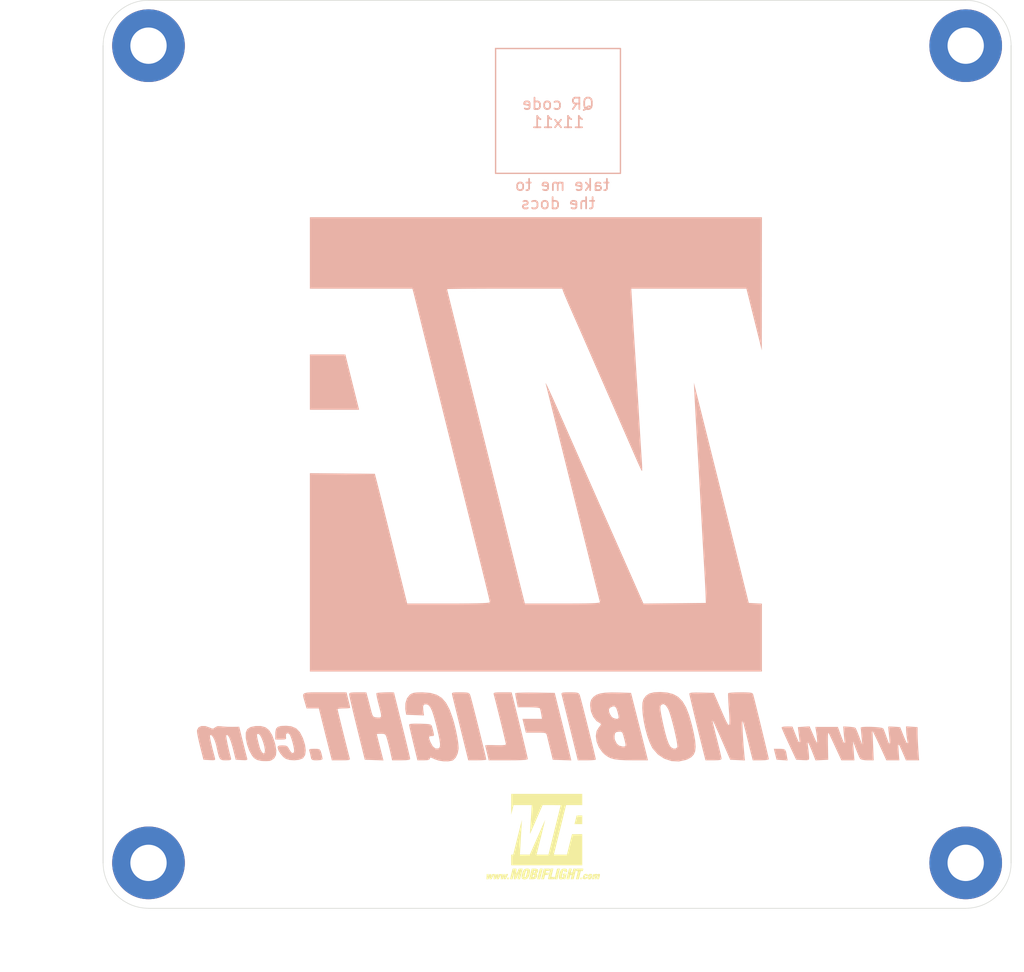
<source format=kicad_pcb>
(kicad_pcb (version 20241229) (generator "pcbnew") (generator_version "9.0")
  (layers (0 "F.Cu" signal) (2 "B.Cu" signal) (13 "F.Paste" user) (15 "B.Paste" user) (5 "F.SilkS" user "F.Silkscreen") (7 "B.SilkS" user "B.Silkscreen") (1 "F.Mask" user) (3 "B.Mask" user) (25 "Edge.Cuts" user))
  (net 0 "")
  (footprint "MountingHole:MountingHole_3.2mm_M3_Pad" (layer "F.Cu") (at 24 24)
    (property "Reference" "H1" (hide yes))
    (property "Value" "MountingHole")
    (pad "1" thru_hole circle (at 0 0) (size 6.4 6.4) (drill 3.2) (layers "*.Cu" "*.Mask"))
  )
  (footprint "MountingHole:MountingHole_3.2mm_M3_Pad" (layer "F.Cu") (at 24 96)
    (property "Reference" "H3" (hide yes))
    (property "Value" "MountingHole")
    (pad "1" thru_hole circle (at 0 0) (size 6.4 6.4) (drill 3.2) (layers "*.Cu" "*.Mask"))
  )
  (footprint "MountingHole:MountingHole_3.2mm_M3_Pad" (layer "F.Cu") (at 96 96)
    (property "Reference" "H4" (hide yes))
    (property "Value" "MountingHole")
    (pad "1" thru_hole circle (at 0 0) (size 6.4 6.4) (drill 3.2) (layers "*.Cu" "*.Mask"))
  )
  (footprint "MountingHole:MountingHole_3.2mm_M3_Pad" (layer "F.Cu") (at 96 24)
    (property "Reference" "H2" (hide yes))
    (property "Value" "MountingHole")
    (pad "1" thru_hole circle (at 0 0) (size 6.4 6.4) (drill 3.2) (layers "*.Cu" "*.Mask"))
  )
  (footprint "mobiflight-library:MobiFlight-Logo-Small" (layer "F.Cu") (at 58.78 93.69)
    (property "Reference" "G2" (hide yes))
    (property "Value" "LOGO" (hide yes))
  )
  (footprint "mobiflight-library:MobiFlight_250x250" (layer "B.Cu") (at 60.062347 63.089089 180)
    (property "Reference" "G1" (hide yes))
    (property "Value" "LOGO" (hide yes))
  )
  (gr_rect (start 54.58 24.249089) (end 65.58 35.249089) (stroke (width 0.12)) (fill no) (layer "B.SilkS"))
  (gr_line (start 24 20) (end 96 20) (stroke (width 0.05)) (layer "Edge.Cuts"))
  (gr_line (start 96 100) (end 24 100) (stroke (width 0.05)) (layer "Edge.Cuts"))
  (gr_line (start 24 20) (end 96 20) (stroke (width 0.05)) (layer "Edge.Cuts"))
  (gr_line (start 100 24) (end 100 96) (stroke (width 0.05)) (layer "Edge.Cuts"))
  (gr_arc (start 24 100) (mid 21.171573 98.828427) (end 20 96) (stroke (width 0.05)) (layer "Edge.Cuts"))
  (gr_line (start 100 24) (end 100 96) (stroke (width 0.05)) (layer "Edge.Cuts"))
  (gr_arc (start 96 20) (mid 98.828427 21.171573) (end 100 24) (stroke (width 0.05)) (layer "Edge.Cuts"))
  (gr_arc (start 100 96) (mid 98.828427 98.828427) (end 96 100) (stroke (width 0.05)) (layer "Edge.Cuts"))
  (gr_line (start 20 96) (end 20 24) (stroke (width 0.05)) (layer "Edge.Cuts"))
  (gr_arc (start 20 24) (mid 21.171573 21.171573) (end 24 20) (stroke (width 0.05)) (layer "Edge.Cuts"))
  (gr_line (start 20 96) (end 20 24) (stroke (width 0.05)) (layer "Edge.Cuts"))
  (gr_line (start 96 100) (end 24 100) (stroke (width 0.05)) (layer "Edge.Cuts"))
  (gr_text "take me to \nthe docs" (at 60.08 37.079089 0) (layer "B.SilkS") (effects (font (size 1 1)) (justify mirror)))
  (gr_text "QR code\n11x11" (at 60.08 31.319089 0) (layer "B.SilkS") (effects (font (size 1 1)) (justify bottom mirror)))
)
</source>
